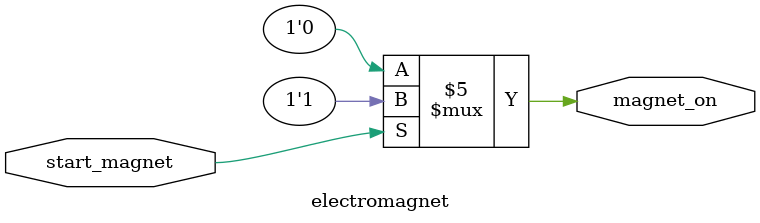
<source format=v>
`timescale 1ns / 1ps

module electromagnet(
    input start_magnet,
    output reg magnet_on
);
initial begin
magnet_on<=0;
end
    always @(*) begin
        if(start_magnet==1)
            magnet_on=1;
        else
            magnet_on=0;
    end    
endmodule
</source>
